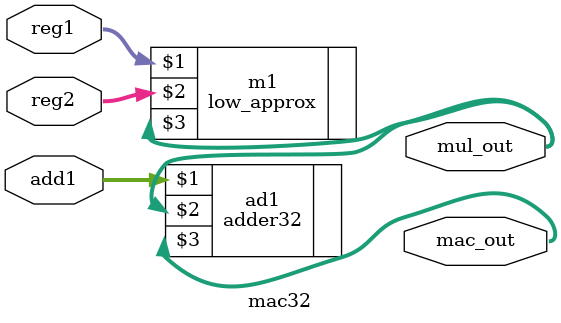
<source format=sv>
`include"accurate_mode.sv"
`include"add.sv"

module mac32(input [31:0] add1,input [15:0]reg1,reg2,output [31:0]mul_out,mac_out);
	//accurate_mode m1(reg1,reg2,mul_out);

	//vhigh_approx m1(reg1,reg2,mul_out);
  //high_approx m1(reg1,reg2,mul_out);
	low_approx m1(reg1,reg2,mul_out);

	adder32 ad1(add1,mul_out,mac_out);
endmodule


</source>
